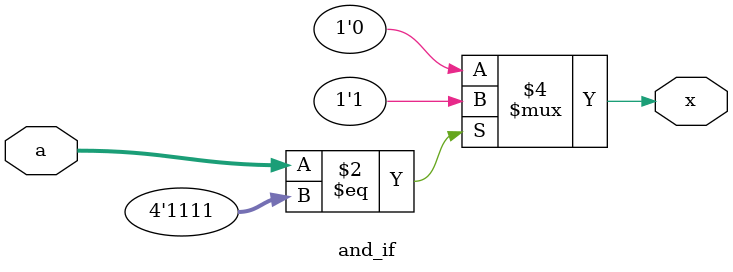
<source format=v>
`timescale 1ns/1ns

module and_if(a,x);

input [3:0] a;
output x;
reg x;

always@(a)
begin
	if(a == 4'b1111)
		x = 1'b1;
	else
		x = 1'b0;
end
endmodule

</source>
